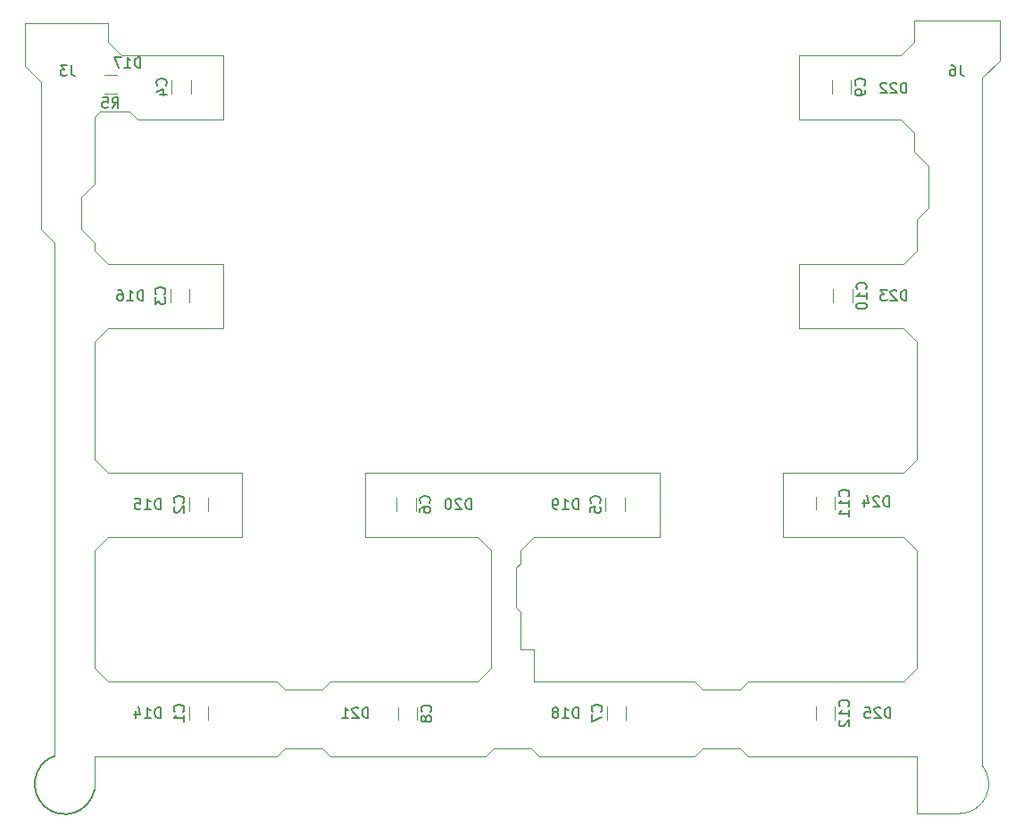
<source format=gbr>
G04 #@! TF.GenerationSoftware,KiCad,Pcbnew,(5.1.5)-3*
G04 #@! TF.CreationDate,2020-06-30T23:52:35-07:00*
G04 #@! TF.ProjectId,daughter,64617567-6874-4657-922e-6b696361645f,rev?*
G04 #@! TF.SameCoordinates,Original*
G04 #@! TF.FileFunction,Legend,Bot*
G04 #@! TF.FilePolarity,Positive*
%FSLAX46Y46*%
G04 Gerber Fmt 4.6, Leading zero omitted, Abs format (unit mm)*
G04 Created by KiCad (PCBNEW (5.1.5)-3) date 2020-06-30 23:52:35*
%MOMM*%
%LPD*%
G04 APERTURE LIST*
%ADD10C,0.050000*%
%ADD11C,0.120000*%
%ADD12C,0.150000*%
G04 APERTURE END LIST*
D10*
X143510000Y-186690000D02*
X159512000Y-186690000D01*
X139192000Y-185928000D02*
X138430000Y-186690000D01*
X142748000Y-185928000D02*
X139192000Y-185928000D01*
X143510000Y-186690000D02*
X142748000Y-185928000D01*
X74930000Y-121158000D02*
X74930000Y-117094000D01*
X76454000Y-122682000D02*
X74930000Y-121158000D01*
X76454000Y-136652000D02*
X76454000Y-122682000D01*
X77724000Y-137922000D02*
X76454000Y-136652000D01*
X77724000Y-137922000D02*
X77724001Y-186690001D01*
X81534000Y-186690000D02*
X81536221Y-189928213D01*
X98806000Y-186690000D02*
X81534000Y-186690000D01*
X99568000Y-185928000D02*
X98806000Y-186690000D01*
X103124000Y-185928000D02*
X99568000Y-185928000D01*
X103886000Y-186690000D02*
X103124000Y-185928000D01*
X118618000Y-186690000D02*
X103886000Y-186690000D01*
X119380000Y-185928000D02*
X118618000Y-186690000D01*
X122936000Y-185928000D02*
X119380000Y-185928000D01*
X123698000Y-186690000D02*
X122936000Y-185928000D01*
X138430000Y-186690000D02*
X123698000Y-186690000D01*
X159512000Y-192151000D02*
X159512000Y-186690000D01*
X159512000Y-192151000D02*
X163576000Y-192151000D01*
X165735000Y-122301000D02*
X165735000Y-187579000D01*
X167386000Y-120650000D02*
X165735000Y-122301000D01*
X167386000Y-116840000D02*
X167386000Y-120650000D01*
X159258000Y-116840000D02*
X167386000Y-116840000D01*
X159258000Y-118872000D02*
X159258000Y-116840000D01*
X157988000Y-120142000D02*
X159258000Y-118872000D01*
X148336000Y-120142000D02*
X157988000Y-120142000D01*
X148336000Y-126238000D02*
X148336000Y-120142000D01*
X157988000Y-126238000D02*
X148336000Y-126238000D01*
X159258000Y-127508000D02*
X157988000Y-126238000D01*
X159258000Y-129286000D02*
X159258000Y-127508000D01*
X160655000Y-130683000D02*
X159258000Y-129286000D01*
X160655000Y-134620000D02*
X160655000Y-130683000D01*
X159512000Y-135763000D02*
X160655000Y-134620000D01*
X159512000Y-138684000D02*
X159512000Y-135763000D01*
X158242000Y-139954000D02*
X159512000Y-138684000D01*
X148336000Y-139954000D02*
X158242000Y-139954000D01*
X148336000Y-146050000D02*
X148336000Y-139954000D01*
X158242000Y-146050000D02*
X148336000Y-146050000D01*
X159512000Y-147320000D02*
X158242000Y-146050000D01*
X159512000Y-158496000D02*
X159512000Y-147320000D01*
X158242000Y-159766000D02*
X159512000Y-158496000D01*
X146812000Y-159766000D02*
X158242000Y-159766000D01*
X146812000Y-165862000D02*
X146812000Y-159766000D01*
X158242000Y-165862000D02*
X146812000Y-165862000D01*
X159512000Y-167132000D02*
X158242000Y-165862000D01*
X159512000Y-178308000D02*
X159512000Y-167132000D01*
X158242000Y-179578000D02*
X159512000Y-178308000D01*
X143510000Y-179578000D02*
X158242000Y-179578000D01*
X142748000Y-180340000D02*
X143510000Y-179578000D01*
X139192000Y-180340000D02*
X142748000Y-180340000D01*
X138430000Y-179578000D02*
X139192000Y-180340000D01*
X123190000Y-179578000D02*
X138430000Y-179578000D01*
X123190000Y-176530000D02*
X123190000Y-179578000D01*
X121920000Y-176530000D02*
X123190000Y-176530000D01*
X121920000Y-172974000D02*
X121920000Y-176530000D01*
X121539000Y-172593000D02*
X121920000Y-172974000D01*
X121539000Y-168783000D02*
X121539000Y-172593000D01*
X121920000Y-168402000D02*
X121539000Y-168783000D01*
X121920000Y-167132000D02*
X121920000Y-168402000D01*
X123190000Y-165862000D02*
X121920000Y-167132000D01*
X135128000Y-165862000D02*
X123190000Y-165862000D01*
X135128000Y-159766000D02*
X135128000Y-165862000D01*
X107188000Y-159766000D02*
X135128000Y-159766000D01*
X107188000Y-165862000D02*
X107188000Y-159766000D01*
X117856000Y-165862000D02*
X107188000Y-165862000D01*
X119126000Y-167132000D02*
X117856000Y-165862000D01*
X119126000Y-178308000D02*
X119126000Y-167132000D01*
X117856000Y-179578000D02*
X119126000Y-178308000D01*
X103886000Y-179578000D02*
X117856000Y-179578000D01*
X103124000Y-180340000D02*
X103886000Y-179578000D01*
X99568000Y-180340000D02*
X103124000Y-180340000D01*
X98806000Y-179578000D02*
X99568000Y-180340000D01*
X82804000Y-179578000D02*
X98806000Y-179578000D01*
X81534000Y-178308000D02*
X82804000Y-179578000D01*
X81534000Y-167132000D02*
X81534000Y-178308000D01*
X82804000Y-165862000D02*
X81534000Y-167132000D01*
X95504000Y-165862000D02*
X82804000Y-165862000D01*
X95504000Y-159766000D02*
X95504000Y-165862000D01*
X82804000Y-159766000D02*
X95504000Y-159766000D01*
X81534000Y-158496000D02*
X82804000Y-159766000D01*
X81534000Y-147320000D02*
X81534000Y-158496000D01*
X82804000Y-146050000D02*
X81534000Y-147320000D01*
X93726000Y-146050000D02*
X82804000Y-146050000D01*
X93726000Y-139954000D02*
X93726000Y-146050000D01*
X82804000Y-139954000D02*
X93726000Y-139954000D01*
X81534000Y-138684000D02*
X82804000Y-139954000D01*
X81534000Y-137922000D02*
X81534000Y-138684000D01*
X80264000Y-136652000D02*
X81534000Y-137922000D01*
X80264000Y-133604000D02*
X80264000Y-136652000D01*
X81534000Y-132334000D02*
X80264000Y-133604000D01*
X81534000Y-125984000D02*
X81534000Y-132334000D01*
X82042000Y-125476000D02*
X81534000Y-125984000D01*
X84836000Y-125476000D02*
X82042000Y-125476000D01*
X85598000Y-126238000D02*
X84836000Y-125476000D01*
X93726000Y-126238000D02*
X85598000Y-126238000D01*
X93726000Y-120142000D02*
X93726000Y-126238000D01*
X84074000Y-120142000D02*
X93726000Y-120142000D01*
X82804000Y-118872000D02*
X84074000Y-120142000D01*
X82804000Y-117094000D02*
X82804000Y-118872000D01*
X74930000Y-117094000D02*
X82804000Y-117094000D01*
D11*
X165731919Y-187579797D02*
G75*
G02X163576000Y-192151000I-2155919J-1777203D01*
G01*
D12*
X81536221Y-189928213D02*
G75*
G02X77724001Y-186690001I-2796221J571213D01*
G01*
D11*
X83660064Y-122026000D02*
X82455936Y-122026000D01*
X83660064Y-123846000D02*
X82455936Y-123846000D01*
X92350000Y-182023936D02*
X92350000Y-183228064D01*
X90530000Y-182023936D02*
X90530000Y-183228064D01*
X92350000Y-162211936D02*
X92350000Y-163416064D01*
X90530000Y-162211936D02*
X90530000Y-163416064D01*
X88752000Y-142399936D02*
X88752000Y-143604064D01*
X90572000Y-142399936D02*
X90572000Y-143604064D01*
X90699000Y-122587936D02*
X90699000Y-123792064D01*
X88879000Y-122587936D02*
X88879000Y-123792064D01*
X131847000Y-162211936D02*
X131847000Y-163416064D01*
X130027000Y-162211936D02*
X130027000Y-163416064D01*
X112035000Y-163416064D02*
X112035000Y-162211936D01*
X110215000Y-163416064D02*
X110215000Y-162211936D01*
X131974000Y-182023936D02*
X131974000Y-183228064D01*
X130154000Y-182023936D02*
X130154000Y-183228064D01*
X110342000Y-183264564D02*
X110342000Y-182060436D01*
X112162000Y-183264564D02*
X112162000Y-182060436D01*
X153310000Y-123792064D02*
X153310000Y-122587936D01*
X151490000Y-123792064D02*
X151490000Y-122587936D01*
X153437000Y-143604064D02*
X153437000Y-142399936D01*
X151617000Y-143604064D02*
X151617000Y-142399936D01*
X149966000Y-163289064D02*
X149966000Y-162084936D01*
X151786000Y-163289064D02*
X151786000Y-162084936D01*
X149966000Y-183228064D02*
X149966000Y-182023936D01*
X151786000Y-183228064D02*
X151786000Y-182023936D01*
D12*
X83224666Y-125166380D02*
X83558000Y-124690190D01*
X83796095Y-125166380D02*
X83796095Y-124166380D01*
X83415142Y-124166380D01*
X83319904Y-124214000D01*
X83272285Y-124261619D01*
X83224666Y-124356857D01*
X83224666Y-124499714D01*
X83272285Y-124594952D01*
X83319904Y-124642571D01*
X83415142Y-124690190D01*
X83796095Y-124690190D01*
X82319904Y-124166380D02*
X82796095Y-124166380D01*
X82843714Y-124642571D01*
X82796095Y-124594952D01*
X82700857Y-124547333D01*
X82462761Y-124547333D01*
X82367523Y-124594952D01*
X82319904Y-124642571D01*
X82272285Y-124737809D01*
X82272285Y-124975904D01*
X82319904Y-125071142D01*
X82367523Y-125118761D01*
X82462761Y-125166380D01*
X82700857Y-125166380D01*
X82796095Y-125118761D01*
X82843714Y-125071142D01*
X89977142Y-182459333D02*
X90024761Y-182411714D01*
X90072380Y-182268857D01*
X90072380Y-182173619D01*
X90024761Y-182030761D01*
X89929523Y-181935523D01*
X89834285Y-181887904D01*
X89643809Y-181840285D01*
X89500952Y-181840285D01*
X89310476Y-181887904D01*
X89215238Y-181935523D01*
X89120000Y-182030761D01*
X89072380Y-182173619D01*
X89072380Y-182268857D01*
X89120000Y-182411714D01*
X89167619Y-182459333D01*
X90072380Y-183411714D02*
X90072380Y-182840285D01*
X90072380Y-183126000D02*
X89072380Y-183126000D01*
X89215238Y-183030761D01*
X89310476Y-182935523D01*
X89358095Y-182840285D01*
X89977142Y-162647333D02*
X90024761Y-162599714D01*
X90072380Y-162456857D01*
X90072380Y-162361619D01*
X90024761Y-162218761D01*
X89929523Y-162123523D01*
X89834285Y-162075904D01*
X89643809Y-162028285D01*
X89500952Y-162028285D01*
X89310476Y-162075904D01*
X89215238Y-162123523D01*
X89120000Y-162218761D01*
X89072380Y-162361619D01*
X89072380Y-162456857D01*
X89120000Y-162599714D01*
X89167619Y-162647333D01*
X89167619Y-163028285D02*
X89120000Y-163075904D01*
X89072380Y-163171142D01*
X89072380Y-163409238D01*
X89120000Y-163504476D01*
X89167619Y-163552095D01*
X89262857Y-163599714D01*
X89358095Y-163599714D01*
X89500952Y-163552095D01*
X90072380Y-162980666D01*
X90072380Y-163599714D01*
X88199142Y-142835333D02*
X88246761Y-142787714D01*
X88294380Y-142644857D01*
X88294380Y-142549619D01*
X88246761Y-142406761D01*
X88151523Y-142311523D01*
X88056285Y-142263904D01*
X87865809Y-142216285D01*
X87722952Y-142216285D01*
X87532476Y-142263904D01*
X87437238Y-142311523D01*
X87342000Y-142406761D01*
X87294380Y-142549619D01*
X87294380Y-142644857D01*
X87342000Y-142787714D01*
X87389619Y-142835333D01*
X87294380Y-143168666D02*
X87294380Y-143787714D01*
X87675333Y-143454380D01*
X87675333Y-143597238D01*
X87722952Y-143692476D01*
X87770571Y-143740095D01*
X87865809Y-143787714D01*
X88103904Y-143787714D01*
X88199142Y-143740095D01*
X88246761Y-143692476D01*
X88294380Y-143597238D01*
X88294380Y-143311523D01*
X88246761Y-143216285D01*
X88199142Y-143168666D01*
X88326142Y-123023333D02*
X88373761Y-122975714D01*
X88421380Y-122832857D01*
X88421380Y-122737619D01*
X88373761Y-122594761D01*
X88278523Y-122499523D01*
X88183285Y-122451904D01*
X87992809Y-122404285D01*
X87849952Y-122404285D01*
X87659476Y-122451904D01*
X87564238Y-122499523D01*
X87469000Y-122594761D01*
X87421380Y-122737619D01*
X87421380Y-122832857D01*
X87469000Y-122975714D01*
X87516619Y-123023333D01*
X87754714Y-123880476D02*
X88421380Y-123880476D01*
X87373761Y-123642380D02*
X88088047Y-123404285D01*
X88088047Y-124023333D01*
X129474142Y-162647333D02*
X129521761Y-162599714D01*
X129569380Y-162456857D01*
X129569380Y-162361619D01*
X129521761Y-162218761D01*
X129426523Y-162123523D01*
X129331285Y-162075904D01*
X129140809Y-162028285D01*
X128997952Y-162028285D01*
X128807476Y-162075904D01*
X128712238Y-162123523D01*
X128617000Y-162218761D01*
X128569380Y-162361619D01*
X128569380Y-162456857D01*
X128617000Y-162599714D01*
X128664619Y-162647333D01*
X128569380Y-163552095D02*
X128569380Y-163075904D01*
X129045571Y-163028285D01*
X128997952Y-163075904D01*
X128950333Y-163171142D01*
X128950333Y-163409238D01*
X128997952Y-163504476D01*
X129045571Y-163552095D01*
X129140809Y-163599714D01*
X129378904Y-163599714D01*
X129474142Y-163552095D01*
X129521761Y-163504476D01*
X129569380Y-163409238D01*
X129569380Y-163171142D01*
X129521761Y-163075904D01*
X129474142Y-163028285D01*
X113302142Y-162647333D02*
X113349761Y-162599714D01*
X113397380Y-162456857D01*
X113397380Y-162361619D01*
X113349761Y-162218761D01*
X113254523Y-162123523D01*
X113159285Y-162075904D01*
X112968809Y-162028285D01*
X112825952Y-162028285D01*
X112635476Y-162075904D01*
X112540238Y-162123523D01*
X112445000Y-162218761D01*
X112397380Y-162361619D01*
X112397380Y-162456857D01*
X112445000Y-162599714D01*
X112492619Y-162647333D01*
X112397380Y-163504476D02*
X112397380Y-163314000D01*
X112445000Y-163218761D01*
X112492619Y-163171142D01*
X112635476Y-163075904D01*
X112825952Y-163028285D01*
X113206904Y-163028285D01*
X113302142Y-163075904D01*
X113349761Y-163123523D01*
X113397380Y-163218761D01*
X113397380Y-163409238D01*
X113349761Y-163504476D01*
X113302142Y-163552095D01*
X113206904Y-163599714D01*
X112968809Y-163599714D01*
X112873571Y-163552095D01*
X112825952Y-163504476D01*
X112778333Y-163409238D01*
X112778333Y-163218761D01*
X112825952Y-163123523D01*
X112873571Y-163075904D01*
X112968809Y-163028285D01*
X129601142Y-182459333D02*
X129648761Y-182411714D01*
X129696380Y-182268857D01*
X129696380Y-182173619D01*
X129648761Y-182030761D01*
X129553523Y-181935523D01*
X129458285Y-181887904D01*
X129267809Y-181840285D01*
X129124952Y-181840285D01*
X128934476Y-181887904D01*
X128839238Y-181935523D01*
X128744000Y-182030761D01*
X128696380Y-182173619D01*
X128696380Y-182268857D01*
X128744000Y-182411714D01*
X128791619Y-182459333D01*
X128696380Y-182792666D02*
X128696380Y-183459333D01*
X129696380Y-183030761D01*
X113429142Y-182495833D02*
X113476761Y-182448214D01*
X113524380Y-182305357D01*
X113524380Y-182210119D01*
X113476761Y-182067261D01*
X113381523Y-181972023D01*
X113286285Y-181924404D01*
X113095809Y-181876785D01*
X112952952Y-181876785D01*
X112762476Y-181924404D01*
X112667238Y-181972023D01*
X112572000Y-182067261D01*
X112524380Y-182210119D01*
X112524380Y-182305357D01*
X112572000Y-182448214D01*
X112619619Y-182495833D01*
X112952952Y-183067261D02*
X112905333Y-182972023D01*
X112857714Y-182924404D01*
X112762476Y-182876785D01*
X112714857Y-182876785D01*
X112619619Y-182924404D01*
X112572000Y-182972023D01*
X112524380Y-183067261D01*
X112524380Y-183257738D01*
X112572000Y-183352976D01*
X112619619Y-183400595D01*
X112714857Y-183448214D01*
X112762476Y-183448214D01*
X112857714Y-183400595D01*
X112905333Y-183352976D01*
X112952952Y-183257738D01*
X112952952Y-183067261D01*
X113000571Y-182972023D01*
X113048190Y-182924404D01*
X113143428Y-182876785D01*
X113333904Y-182876785D01*
X113429142Y-182924404D01*
X113476761Y-182972023D01*
X113524380Y-183067261D01*
X113524380Y-183257738D01*
X113476761Y-183352976D01*
X113429142Y-183400595D01*
X113333904Y-183448214D01*
X113143428Y-183448214D01*
X113048190Y-183400595D01*
X113000571Y-183352976D01*
X112952952Y-183257738D01*
X154577142Y-123023333D02*
X154624761Y-122975714D01*
X154672380Y-122832857D01*
X154672380Y-122737619D01*
X154624761Y-122594761D01*
X154529523Y-122499523D01*
X154434285Y-122451904D01*
X154243809Y-122404285D01*
X154100952Y-122404285D01*
X153910476Y-122451904D01*
X153815238Y-122499523D01*
X153720000Y-122594761D01*
X153672380Y-122737619D01*
X153672380Y-122832857D01*
X153720000Y-122975714D01*
X153767619Y-123023333D01*
X154672380Y-123499523D02*
X154672380Y-123690000D01*
X154624761Y-123785238D01*
X154577142Y-123832857D01*
X154434285Y-123928095D01*
X154243809Y-123975714D01*
X153862857Y-123975714D01*
X153767619Y-123928095D01*
X153720000Y-123880476D01*
X153672380Y-123785238D01*
X153672380Y-123594761D01*
X153720000Y-123499523D01*
X153767619Y-123451904D01*
X153862857Y-123404285D01*
X154100952Y-123404285D01*
X154196190Y-123451904D01*
X154243809Y-123499523D01*
X154291428Y-123594761D01*
X154291428Y-123785238D01*
X154243809Y-123880476D01*
X154196190Y-123928095D01*
X154100952Y-123975714D01*
X154704142Y-142359142D02*
X154751761Y-142311523D01*
X154799380Y-142168666D01*
X154799380Y-142073428D01*
X154751761Y-141930571D01*
X154656523Y-141835333D01*
X154561285Y-141787714D01*
X154370809Y-141740095D01*
X154227952Y-141740095D01*
X154037476Y-141787714D01*
X153942238Y-141835333D01*
X153847000Y-141930571D01*
X153799380Y-142073428D01*
X153799380Y-142168666D01*
X153847000Y-142311523D01*
X153894619Y-142359142D01*
X154799380Y-143311523D02*
X154799380Y-142740095D01*
X154799380Y-143025809D02*
X153799380Y-143025809D01*
X153942238Y-142930571D01*
X154037476Y-142835333D01*
X154085095Y-142740095D01*
X153799380Y-143930571D02*
X153799380Y-144025809D01*
X153847000Y-144121047D01*
X153894619Y-144168666D01*
X153989857Y-144216285D01*
X154180333Y-144263904D01*
X154418428Y-144263904D01*
X154608904Y-144216285D01*
X154704142Y-144168666D01*
X154751761Y-144121047D01*
X154799380Y-144025809D01*
X154799380Y-143930571D01*
X154751761Y-143835333D01*
X154704142Y-143787714D01*
X154608904Y-143740095D01*
X154418428Y-143692476D01*
X154180333Y-143692476D01*
X153989857Y-143740095D01*
X153894619Y-143787714D01*
X153847000Y-143835333D01*
X153799380Y-143930571D01*
X153053142Y-162044142D02*
X153100761Y-161996523D01*
X153148380Y-161853666D01*
X153148380Y-161758428D01*
X153100761Y-161615571D01*
X153005523Y-161520333D01*
X152910285Y-161472714D01*
X152719809Y-161425095D01*
X152576952Y-161425095D01*
X152386476Y-161472714D01*
X152291238Y-161520333D01*
X152196000Y-161615571D01*
X152148380Y-161758428D01*
X152148380Y-161853666D01*
X152196000Y-161996523D01*
X152243619Y-162044142D01*
X153148380Y-162996523D02*
X153148380Y-162425095D01*
X153148380Y-162710809D02*
X152148380Y-162710809D01*
X152291238Y-162615571D01*
X152386476Y-162520333D01*
X152434095Y-162425095D01*
X153148380Y-163948904D02*
X153148380Y-163377476D01*
X153148380Y-163663190D02*
X152148380Y-163663190D01*
X152291238Y-163567952D01*
X152386476Y-163472714D01*
X152434095Y-163377476D01*
X153053142Y-181983142D02*
X153100761Y-181935523D01*
X153148380Y-181792666D01*
X153148380Y-181697428D01*
X153100761Y-181554571D01*
X153005523Y-181459333D01*
X152910285Y-181411714D01*
X152719809Y-181364095D01*
X152576952Y-181364095D01*
X152386476Y-181411714D01*
X152291238Y-181459333D01*
X152196000Y-181554571D01*
X152148380Y-181697428D01*
X152148380Y-181792666D01*
X152196000Y-181935523D01*
X152243619Y-181983142D01*
X153148380Y-182935523D02*
X153148380Y-182364095D01*
X153148380Y-182649809D02*
X152148380Y-182649809D01*
X152291238Y-182554571D01*
X152386476Y-182459333D01*
X152434095Y-182364095D01*
X152243619Y-183316476D02*
X152196000Y-183364095D01*
X152148380Y-183459333D01*
X152148380Y-183697428D01*
X152196000Y-183792666D01*
X152243619Y-183840285D01*
X152338857Y-183887904D01*
X152434095Y-183887904D01*
X152576952Y-183840285D01*
X153148380Y-183268857D01*
X153148380Y-183887904D01*
X87828285Y-183078380D02*
X87828285Y-182078380D01*
X87590190Y-182078380D01*
X87447333Y-182126000D01*
X87352095Y-182221238D01*
X87304476Y-182316476D01*
X87256857Y-182506952D01*
X87256857Y-182649809D01*
X87304476Y-182840285D01*
X87352095Y-182935523D01*
X87447333Y-183030761D01*
X87590190Y-183078380D01*
X87828285Y-183078380D01*
X86304476Y-183078380D02*
X86875904Y-183078380D01*
X86590190Y-183078380D02*
X86590190Y-182078380D01*
X86685428Y-182221238D01*
X86780666Y-182316476D01*
X86875904Y-182364095D01*
X85447333Y-182411714D02*
X85447333Y-183078380D01*
X85685428Y-182030761D02*
X85923523Y-182745047D01*
X85304476Y-182745047D01*
X87828285Y-163266380D02*
X87828285Y-162266380D01*
X87590190Y-162266380D01*
X87447333Y-162314000D01*
X87352095Y-162409238D01*
X87304476Y-162504476D01*
X87256857Y-162694952D01*
X87256857Y-162837809D01*
X87304476Y-163028285D01*
X87352095Y-163123523D01*
X87447333Y-163218761D01*
X87590190Y-163266380D01*
X87828285Y-163266380D01*
X86304476Y-163266380D02*
X86875904Y-163266380D01*
X86590190Y-163266380D02*
X86590190Y-162266380D01*
X86685428Y-162409238D01*
X86780666Y-162504476D01*
X86875904Y-162552095D01*
X85399714Y-162266380D02*
X85875904Y-162266380D01*
X85923523Y-162742571D01*
X85875904Y-162694952D01*
X85780666Y-162647333D01*
X85542571Y-162647333D01*
X85447333Y-162694952D01*
X85399714Y-162742571D01*
X85352095Y-162837809D01*
X85352095Y-163075904D01*
X85399714Y-163171142D01*
X85447333Y-163218761D01*
X85542571Y-163266380D01*
X85780666Y-163266380D01*
X85875904Y-163218761D01*
X85923523Y-163171142D01*
X86177285Y-143454380D02*
X86177285Y-142454380D01*
X85939190Y-142454380D01*
X85796333Y-142502000D01*
X85701095Y-142597238D01*
X85653476Y-142692476D01*
X85605857Y-142882952D01*
X85605857Y-143025809D01*
X85653476Y-143216285D01*
X85701095Y-143311523D01*
X85796333Y-143406761D01*
X85939190Y-143454380D01*
X86177285Y-143454380D01*
X84653476Y-143454380D02*
X85224904Y-143454380D01*
X84939190Y-143454380D02*
X84939190Y-142454380D01*
X85034428Y-142597238D01*
X85129666Y-142692476D01*
X85224904Y-142740095D01*
X83796333Y-142454380D02*
X83986809Y-142454380D01*
X84082047Y-142502000D01*
X84129666Y-142549619D01*
X84224904Y-142692476D01*
X84272523Y-142882952D01*
X84272523Y-143263904D01*
X84224904Y-143359142D01*
X84177285Y-143406761D01*
X84082047Y-143454380D01*
X83891571Y-143454380D01*
X83796333Y-143406761D01*
X83748714Y-143359142D01*
X83701095Y-143263904D01*
X83701095Y-143025809D01*
X83748714Y-142930571D01*
X83796333Y-142882952D01*
X83891571Y-142835333D01*
X84082047Y-142835333D01*
X84177285Y-142882952D01*
X84224904Y-142930571D01*
X84272523Y-143025809D01*
X85923285Y-121356380D02*
X85923285Y-120356380D01*
X85685190Y-120356380D01*
X85542333Y-120404000D01*
X85447095Y-120499238D01*
X85399476Y-120594476D01*
X85351857Y-120784952D01*
X85351857Y-120927809D01*
X85399476Y-121118285D01*
X85447095Y-121213523D01*
X85542333Y-121308761D01*
X85685190Y-121356380D01*
X85923285Y-121356380D01*
X84399476Y-121356380D02*
X84970904Y-121356380D01*
X84685190Y-121356380D02*
X84685190Y-120356380D01*
X84780428Y-120499238D01*
X84875666Y-120594476D01*
X84970904Y-120642095D01*
X84066142Y-120356380D02*
X83399476Y-120356380D01*
X83828047Y-121356380D01*
X127452285Y-183078380D02*
X127452285Y-182078380D01*
X127214190Y-182078380D01*
X127071333Y-182126000D01*
X126976095Y-182221238D01*
X126928476Y-182316476D01*
X126880857Y-182506952D01*
X126880857Y-182649809D01*
X126928476Y-182840285D01*
X126976095Y-182935523D01*
X127071333Y-183030761D01*
X127214190Y-183078380D01*
X127452285Y-183078380D01*
X125928476Y-183078380D02*
X126499904Y-183078380D01*
X126214190Y-183078380D02*
X126214190Y-182078380D01*
X126309428Y-182221238D01*
X126404666Y-182316476D01*
X126499904Y-182364095D01*
X125357047Y-182506952D02*
X125452285Y-182459333D01*
X125499904Y-182411714D01*
X125547523Y-182316476D01*
X125547523Y-182268857D01*
X125499904Y-182173619D01*
X125452285Y-182126000D01*
X125357047Y-182078380D01*
X125166571Y-182078380D01*
X125071333Y-182126000D01*
X125023714Y-182173619D01*
X124976095Y-182268857D01*
X124976095Y-182316476D01*
X125023714Y-182411714D01*
X125071333Y-182459333D01*
X125166571Y-182506952D01*
X125357047Y-182506952D01*
X125452285Y-182554571D01*
X125499904Y-182602190D01*
X125547523Y-182697428D01*
X125547523Y-182887904D01*
X125499904Y-182983142D01*
X125452285Y-183030761D01*
X125357047Y-183078380D01*
X125166571Y-183078380D01*
X125071333Y-183030761D01*
X125023714Y-182983142D01*
X124976095Y-182887904D01*
X124976095Y-182697428D01*
X125023714Y-182602190D01*
X125071333Y-182554571D01*
X125166571Y-182506952D01*
X127452285Y-163266380D02*
X127452285Y-162266380D01*
X127214190Y-162266380D01*
X127071333Y-162314000D01*
X126976095Y-162409238D01*
X126928476Y-162504476D01*
X126880857Y-162694952D01*
X126880857Y-162837809D01*
X126928476Y-163028285D01*
X126976095Y-163123523D01*
X127071333Y-163218761D01*
X127214190Y-163266380D01*
X127452285Y-163266380D01*
X125928476Y-163266380D02*
X126499904Y-163266380D01*
X126214190Y-163266380D02*
X126214190Y-162266380D01*
X126309428Y-162409238D01*
X126404666Y-162504476D01*
X126499904Y-162552095D01*
X125452285Y-163266380D02*
X125261809Y-163266380D01*
X125166571Y-163218761D01*
X125118952Y-163171142D01*
X125023714Y-163028285D01*
X124976095Y-162837809D01*
X124976095Y-162456857D01*
X125023714Y-162361619D01*
X125071333Y-162314000D01*
X125166571Y-162266380D01*
X125357047Y-162266380D01*
X125452285Y-162314000D01*
X125499904Y-162361619D01*
X125547523Y-162456857D01*
X125547523Y-162694952D01*
X125499904Y-162790190D01*
X125452285Y-162837809D01*
X125357047Y-162885428D01*
X125166571Y-162885428D01*
X125071333Y-162837809D01*
X125023714Y-162790190D01*
X124976095Y-162694952D01*
X117292285Y-163266380D02*
X117292285Y-162266380D01*
X117054190Y-162266380D01*
X116911333Y-162314000D01*
X116816095Y-162409238D01*
X116768476Y-162504476D01*
X116720857Y-162694952D01*
X116720857Y-162837809D01*
X116768476Y-163028285D01*
X116816095Y-163123523D01*
X116911333Y-163218761D01*
X117054190Y-163266380D01*
X117292285Y-163266380D01*
X116339904Y-162361619D02*
X116292285Y-162314000D01*
X116197047Y-162266380D01*
X115958952Y-162266380D01*
X115863714Y-162314000D01*
X115816095Y-162361619D01*
X115768476Y-162456857D01*
X115768476Y-162552095D01*
X115816095Y-162694952D01*
X116387523Y-163266380D01*
X115768476Y-163266380D01*
X115149428Y-162266380D02*
X115054190Y-162266380D01*
X114958952Y-162314000D01*
X114911333Y-162361619D01*
X114863714Y-162456857D01*
X114816095Y-162647333D01*
X114816095Y-162885428D01*
X114863714Y-163075904D01*
X114911333Y-163171142D01*
X114958952Y-163218761D01*
X115054190Y-163266380D01*
X115149428Y-163266380D01*
X115244666Y-163218761D01*
X115292285Y-163171142D01*
X115339904Y-163075904D01*
X115387523Y-162885428D01*
X115387523Y-162647333D01*
X115339904Y-162456857D01*
X115292285Y-162361619D01*
X115244666Y-162314000D01*
X115149428Y-162266380D01*
X107513285Y-183078380D02*
X107513285Y-182078380D01*
X107275190Y-182078380D01*
X107132333Y-182126000D01*
X107037095Y-182221238D01*
X106989476Y-182316476D01*
X106941857Y-182506952D01*
X106941857Y-182649809D01*
X106989476Y-182840285D01*
X107037095Y-182935523D01*
X107132333Y-183030761D01*
X107275190Y-183078380D01*
X107513285Y-183078380D01*
X106560904Y-182173619D02*
X106513285Y-182126000D01*
X106418047Y-182078380D01*
X106179952Y-182078380D01*
X106084714Y-182126000D01*
X106037095Y-182173619D01*
X105989476Y-182268857D01*
X105989476Y-182364095D01*
X106037095Y-182506952D01*
X106608523Y-183078380D01*
X105989476Y-183078380D01*
X105037095Y-183078380D02*
X105608523Y-183078380D01*
X105322809Y-183078380D02*
X105322809Y-182078380D01*
X105418047Y-182221238D01*
X105513285Y-182316476D01*
X105608523Y-182364095D01*
X158567285Y-123769380D02*
X158567285Y-122769380D01*
X158329190Y-122769380D01*
X158186333Y-122817000D01*
X158091095Y-122912238D01*
X158043476Y-123007476D01*
X157995857Y-123197952D01*
X157995857Y-123340809D01*
X158043476Y-123531285D01*
X158091095Y-123626523D01*
X158186333Y-123721761D01*
X158329190Y-123769380D01*
X158567285Y-123769380D01*
X157614904Y-122864619D02*
X157567285Y-122817000D01*
X157472047Y-122769380D01*
X157233952Y-122769380D01*
X157138714Y-122817000D01*
X157091095Y-122864619D01*
X157043476Y-122959857D01*
X157043476Y-123055095D01*
X157091095Y-123197952D01*
X157662523Y-123769380D01*
X157043476Y-123769380D01*
X156662523Y-122864619D02*
X156614904Y-122817000D01*
X156519666Y-122769380D01*
X156281571Y-122769380D01*
X156186333Y-122817000D01*
X156138714Y-122864619D01*
X156091095Y-122959857D01*
X156091095Y-123055095D01*
X156138714Y-123197952D01*
X156710142Y-123769380D01*
X156091095Y-123769380D01*
X158567285Y-143454380D02*
X158567285Y-142454380D01*
X158329190Y-142454380D01*
X158186333Y-142502000D01*
X158091095Y-142597238D01*
X158043476Y-142692476D01*
X157995857Y-142882952D01*
X157995857Y-143025809D01*
X158043476Y-143216285D01*
X158091095Y-143311523D01*
X158186333Y-143406761D01*
X158329190Y-143454380D01*
X158567285Y-143454380D01*
X157614904Y-142549619D02*
X157567285Y-142502000D01*
X157472047Y-142454380D01*
X157233952Y-142454380D01*
X157138714Y-142502000D01*
X157091095Y-142549619D01*
X157043476Y-142644857D01*
X157043476Y-142740095D01*
X157091095Y-142882952D01*
X157662523Y-143454380D01*
X157043476Y-143454380D01*
X156710142Y-142454380D02*
X156091095Y-142454380D01*
X156424428Y-142835333D01*
X156281571Y-142835333D01*
X156186333Y-142882952D01*
X156138714Y-142930571D01*
X156091095Y-143025809D01*
X156091095Y-143263904D01*
X156138714Y-143359142D01*
X156186333Y-143406761D01*
X156281571Y-143454380D01*
X156567285Y-143454380D01*
X156662523Y-143406761D01*
X156710142Y-143359142D01*
X156916285Y-163012380D02*
X156916285Y-162012380D01*
X156678190Y-162012380D01*
X156535333Y-162060000D01*
X156440095Y-162155238D01*
X156392476Y-162250476D01*
X156344857Y-162440952D01*
X156344857Y-162583809D01*
X156392476Y-162774285D01*
X156440095Y-162869523D01*
X156535333Y-162964761D01*
X156678190Y-163012380D01*
X156916285Y-163012380D01*
X155963904Y-162107619D02*
X155916285Y-162060000D01*
X155821047Y-162012380D01*
X155582952Y-162012380D01*
X155487714Y-162060000D01*
X155440095Y-162107619D01*
X155392476Y-162202857D01*
X155392476Y-162298095D01*
X155440095Y-162440952D01*
X156011523Y-163012380D01*
X155392476Y-163012380D01*
X154535333Y-162345714D02*
X154535333Y-163012380D01*
X154773428Y-161964761D02*
X155011523Y-162679047D01*
X154392476Y-162679047D01*
X157043285Y-183078380D02*
X157043285Y-182078380D01*
X156805190Y-182078380D01*
X156662333Y-182126000D01*
X156567095Y-182221238D01*
X156519476Y-182316476D01*
X156471857Y-182506952D01*
X156471857Y-182649809D01*
X156519476Y-182840285D01*
X156567095Y-182935523D01*
X156662333Y-183030761D01*
X156805190Y-183078380D01*
X157043285Y-183078380D01*
X156090904Y-182173619D02*
X156043285Y-182126000D01*
X155948047Y-182078380D01*
X155709952Y-182078380D01*
X155614714Y-182126000D01*
X155567095Y-182173619D01*
X155519476Y-182268857D01*
X155519476Y-182364095D01*
X155567095Y-182506952D01*
X156138523Y-183078380D01*
X155519476Y-183078380D01*
X154614714Y-182078380D02*
X155090904Y-182078380D01*
X155138523Y-182554571D01*
X155090904Y-182506952D01*
X154995666Y-182459333D01*
X154757571Y-182459333D01*
X154662333Y-182506952D01*
X154614714Y-182554571D01*
X154567095Y-182649809D01*
X154567095Y-182887904D01*
X154614714Y-182983142D01*
X154662333Y-183030761D01*
X154757571Y-183078380D01*
X154995666Y-183078380D01*
X155090904Y-183030761D01*
X155138523Y-182983142D01*
X79327333Y-121118380D02*
X79327333Y-121832666D01*
X79374952Y-121975523D01*
X79470190Y-122070761D01*
X79613047Y-122118380D01*
X79708285Y-122118380D01*
X78946380Y-121118380D02*
X78327333Y-121118380D01*
X78660666Y-121499333D01*
X78517809Y-121499333D01*
X78422571Y-121546952D01*
X78374952Y-121594571D01*
X78327333Y-121689809D01*
X78327333Y-121927904D01*
X78374952Y-122023142D01*
X78422571Y-122070761D01*
X78517809Y-122118380D01*
X78803523Y-122118380D01*
X78898761Y-122070761D01*
X78946380Y-122023142D01*
X163655333Y-121118380D02*
X163655333Y-121832666D01*
X163702952Y-121975523D01*
X163798190Y-122070761D01*
X163941047Y-122118380D01*
X164036285Y-122118380D01*
X162750571Y-121118380D02*
X162941047Y-121118380D01*
X163036285Y-121166000D01*
X163083904Y-121213619D01*
X163179142Y-121356476D01*
X163226761Y-121546952D01*
X163226761Y-121927904D01*
X163179142Y-122023142D01*
X163131523Y-122070761D01*
X163036285Y-122118380D01*
X162845809Y-122118380D01*
X162750571Y-122070761D01*
X162702952Y-122023142D01*
X162655333Y-121927904D01*
X162655333Y-121689809D01*
X162702952Y-121594571D01*
X162750571Y-121546952D01*
X162845809Y-121499333D01*
X163036285Y-121499333D01*
X163131523Y-121546952D01*
X163179142Y-121594571D01*
X163226761Y-121689809D01*
M02*

</source>
